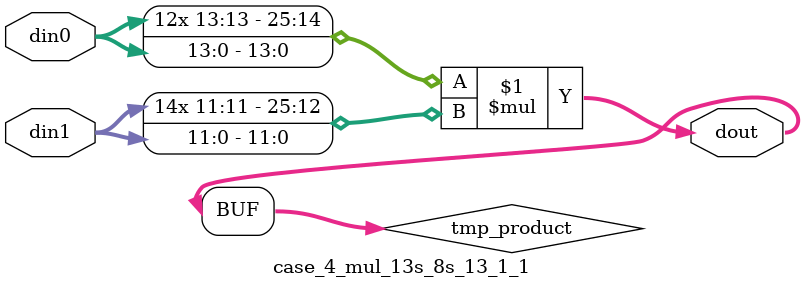
<source format=v>

`timescale 1 ns / 1 ps

 module case_4_mul_13s_8s_13_1_1(din0, din1, dout);
parameter ID = 1;
parameter NUM_STAGE = 0;
parameter din0_WIDTH = 14;
parameter din1_WIDTH = 12;
parameter dout_WIDTH = 26;

input [din0_WIDTH - 1 : 0] din0; 
input [din1_WIDTH - 1 : 0] din1; 
output [dout_WIDTH - 1 : 0] dout;

wire signed [dout_WIDTH - 1 : 0] tmp_product;



























assign tmp_product = $signed(din0) * $signed(din1);








assign dout = tmp_product;





















endmodule

</source>
